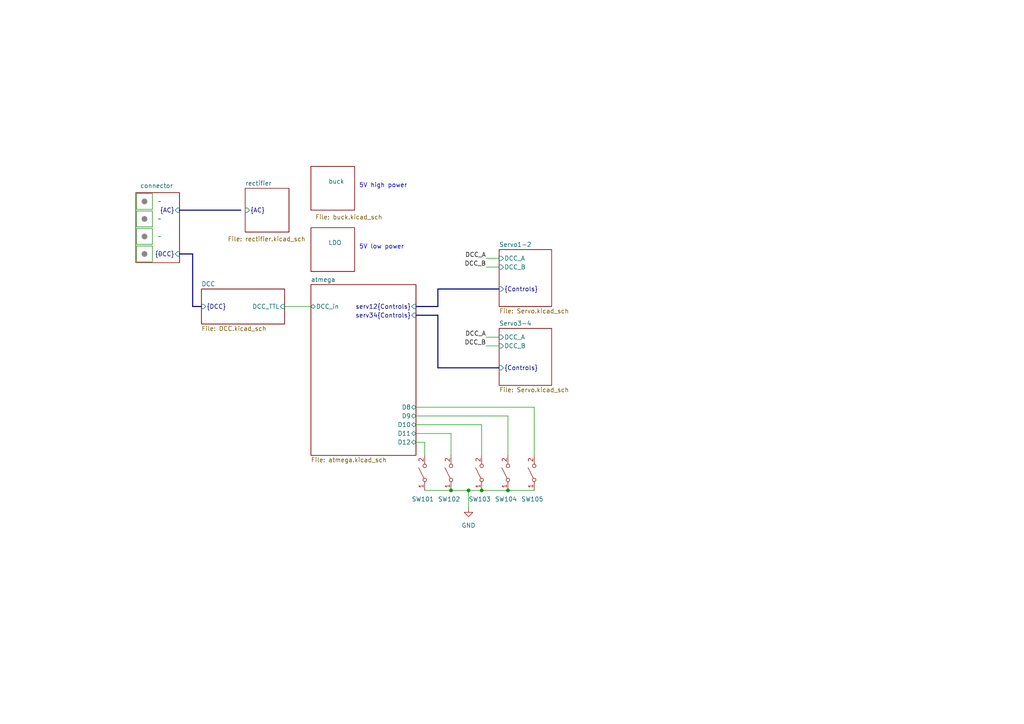
<source format=kicad_sch>
(kicad_sch (version 20231120) (generator "eeschema") (generator_version "8.0")
  (paper "A4")
  (title_block (title "OS-ServoDriver") (company "Train-Science"))
  (lib_symbols
    (symbol "custom_kicad_lib_sk:default_switch" (pin_names (offset 0) hide)
      (property "Reference" "SW" (at 0 3.175 0))
      (property "Value" "default_switch" (at 0 -2.54 0))
      (property "JLCPCB Part#" "C318884" (at 0 0 0))
      (symbol "default_switch_0_0"
        (circle (center -2.032 0) (radius 0.508))
        (polyline (pts (xy -1.524 0.254) (xy 1.524 1.778)))
        (circle (center 2.032 0) (radius 0.508))
      )
      (symbol "default_switch_1_1"
        (pin passive line (at -5.08 0 0) (length 2.54) (name "A") (number "1"))
        (pin passive line (at 5.08 0 180) (length 2.54) (name "B") (number "2"))
      )
    )
    (symbol "custom_kicad_lib_sk:screwterminal" (pin_numbers hide) (pin_names (offset 0) hide) (in_bom no) (on_board no)
      (symbol "screwterminal_1_1"
        (rectangle (start -2.3 2.3) (end 2.3 -2.3) (stroke (width 0) (color 0 132 0 1)))
        (circle (center 0 0) (radius 0.762) (stroke (width 0) (color 137 143 138 1)) (fill (type color) (color 132 132 132 1)))
      )
    )
    (symbol "power:GND" (power) (pin_names (offset 0))
      (property "Value" "GND" (at 0 -3.81 0))
      (symbol "GND_0_1"
        (polyline (pts (xy 0 0) (xy 0 -1.27) (xy 1.27 -1.27) (xy 0 -2.54) (xy -1.27 -1.27) (xy 0 -1.27)))
      )
      (symbol "GND_1_1"
        (pin power_in line (at 0 0 270) (length 0) hide (name "GND") (number "1"))
      )
    )
  )
  (bus_alias "Controls" (members "Servo1" "Servo2" "Relay1" "Relay2" "Relay3" "Relay4"))
  (junction (at 130.81 142.24))
  (junction (at 139.7 142.24))
  (junction (at 147.32 142.24))
  (junction (at 135.89 142.24))
  (wire (pts (xy 82.55 88.9) (xy 90.17 88.9)))
  (wire (pts (xy 139.7 123.19) (xy 139.7 132.08)))
  (bus (pts (xy 120.65 88.9) (xy 127 88.9)))
  (bus (pts (xy 120.65 91.44) (xy 127 91.44)))
  (wire (pts (xy 135.89 147.32) (xy 135.89 142.24)))
  (wire (pts (xy 120.65 123.19) (xy 139.7 123.19)))
  (wire (pts (xy 120.65 118.11) (xy 154.94 118.11)))
  (wire (pts (xy 135.89 142.24) (xy 139.7 142.24)))
  (bus (pts (xy 55.88 88.9) (xy 58.42 88.9)))
  (wire (pts (xy 123.19 128.27) (xy 120.65 128.27)))
  (wire (pts (xy 120.65 120.65) (xy 147.32 120.65)))
  (wire (pts (xy 140.97 74.93) (xy 144.78 74.93)))
  (bus (pts (xy 127 88.9) (xy 127 83.82)))
  (bus (pts (xy 52.07 60.96) (xy 69.85 60.96)))
  (bus (pts (xy 52.07 73.66) (xy 55.88 73.66)))
  (bus (pts (xy 127 91.44) (xy 127 106.68)))
  (wire (pts (xy 147.32 120.65) (xy 147.32 132.08)))
  (bus (pts (xy 127 83.82) (xy 144.78 83.82)))
  (wire (pts (xy 154.94 118.11) (xy 154.94 132.08)))
  (wire (pts (xy 147.32 142.24) (xy 154.94 142.24)))
  (wire (pts (xy 140.97 97.79) (xy 144.78 97.79)))
  (wire (pts (xy 130.81 125.73) (xy 120.65 125.73)))
  (wire (pts (xy 123.19 142.24) (xy 130.81 142.24)))
  (wire (pts (xy 130.81 142.24) (xy 135.89 142.24)))
  (wire (pts (xy 139.7 142.24) (xy 147.32 142.24)))
  (bus (pts (xy 127 106.68) (xy 144.78 106.68)))
  (wire (pts (xy 123.19 132.08) (xy 123.19 128.27)))
  (wire (pts (xy 140.97 100.33) (xy 144.78 100.33)))
  (bus (pts (xy 55.88 73.66) (xy 55.88 88.9)))
  (wire (pts (xy 130.81 132.08) (xy 130.81 125.73)))
  (wire (pts (xy 140.97 77.47) (xy 144.78 77.47)))
  (text "5V high power" (at 104.14 54.61 0) (effects (font (size 1.27 1.27)) (justify left bottom)))
  (text "5V low power" (at 104.14 72.39 0) (effects (font (size 1.27 1.27)) (justify left bottom)))
  (label "DCC_B" (at 140.97 77.47 180))
  (label "DCC_A" (at 140.97 97.79 180))
  (label "DCC_A" (at 140.97 74.93 180))
  (label "DCC_B" (at 140.97 100.33 180))
  (symbol (lib_id "custom_kicad_lib_sk:screwterminal") (at 41.91 63.5 0) (unit 1) (in_bom no) (on_board no)
    (property "Reference" "u?" (effects (hide yes)))
    (property "Value" "~" (at 45.72 63.5 0) (effects (justify left)))
  )
  (symbol (lib_id "custom_kicad_lib_sk:default_switch") (at 139.7 137.16 90) (unit 1)
    (property "Reference" "SW103" (at 135.89 144.78 90) (effects (justify right)))
    (property "Value" "default_switch" (effects (hide yes)))
    (property "Footprint" "custom_kicad_lib_sk:default_switch" (effects (hide yes)))
    (property "JLCPCB Part#" "C318884" (effects (hide yes)))
  )
  (symbol (lib_id "custom_kicad_lib_sk:default_switch") (at 147.32 137.16 90) (unit 1)
    (property "Reference" "SW104" (at 143.51 144.78 90) (effects (justify right)))
    (property "Value" "default_switch" (effects (hide yes)))
    (property "Footprint" "custom_kicad_lib_sk:default_switch" (effects (hide yes)))
    (property "JLCPCB Part#" "C318884" (effects (hide yes)))
  )
  (symbol (lib_id "custom_kicad_lib_sk:screwterminal") (at 41.91 58.42 0) (unit 1) (in_bom no) (on_board no)
    (property "Reference" "u?" (effects (hide yes)))
    (property "Value" "~" (at 45.72 58.42 0) (effects (justify left)))
  )
  (symbol (lib_id "custom_kicad_lib_sk:screwterminal") (at 41.91 73.66 0) (unit 1) (in_bom no) (on_board no)
    (property "Reference" "u?" (effects (hide yes)))
    (property "Value" "~" (at 45.72 73.66 0) (effects (justify left)))
  )
  (symbol (lib_id "custom_kicad_lib_sk:default_switch") (at 123.19 137.16 90) (unit 1)
    (property "Reference" "SW101" (at 119.38 144.78 90) (effects (justify right)))
    (property "Value" "default_switch" (effects (hide yes)))
    (property "Footprint" "custom_kicad_lib_sk:default_switch" (effects (hide yes)))
    (property "JLCPCB Part#" "C318884" (effects (hide yes)))
  )
  (symbol (lib_id "power:GND") (at 135.89 147.32 0) (unit 1)
    (property "Reference" "#PWR0713" (effects (hide yes)))
    (property "Value" "GND" (at 135.89 152.4 0))
  )
  (symbol (lib_id "custom_kicad_lib_sk:default_switch") (at 130.81 137.16 90) (unit 1)
    (property "Reference" "SW102" (at 127 144.78 90) (effects (justify right)))
    (property "Value" "default_switch" (effects (hide yes)))
    (property "Footprint" "custom_kicad_lib_sk:default_switch" (effects (hide yes)))
    (property "JLCPCB Part#" "C318884" (effects (hide yes)))
  )
  (symbol (lib_id "custom_kicad_lib_sk:default_switch") (at 154.94 137.16 90) (unit 1)
    (property "Reference" "SW105" (at 151.13 144.78 90) (effects (justify right)))
    (property "Value" "default_switch" (effects (hide yes)))
    (property "Footprint" "custom_kicad_lib_sk:default_switch" (effects (hide yes)))
    (property "JLCPCB Part#" "C318884" (effects (hide yes)))
  )
  (symbol (lib_id "custom_kicad_lib_sk:screwterminal") (at 41.91 68.58 0) (unit 1) (in_bom no) (on_board no)
    (property "Reference" "u?" (effects (hide yes)))
    (property "Value" "~" (at 45.72 68.58 0) (effects (justify left)))
  )
  (sheet (at 90.17 48.26) (size 12.7 12.7) (stroke (width 0.1524))
    (property "Sheetname" "buck" (at 95.25 53.34 0) (effects (justify left bottom)))
    (property "Sheetfile" "buck.kicad_sch" (at 91.44 62.23 0) (effects (justify left top)))
  )
  (sheet (at 90.17 66.04) (size 12.7 12.7) (stroke (width 0.1524))
    (property "Sheetname" "LDO" (at 95.25 71.12 0) (effects (justify left bottom)))
    (property "Sheetfile" "LDO.kicad_sch" (effects (hide yes)))
  )
  (sheet (at 144.78 95.25) (size 15.24 16.51) (stroke (width 0.1524))
    (property "Sheetname" "Servo3-4" (at 144.78 94.5384 0) (effects (justify left bottom)))
    (property "Sheetfile" "Servo.kicad_sch" (at 144.78 112.3446 0) (effects (justify left top)))
    (pin "DCC_A" input (at 144.78 97.79 180))
    (pin "DCC_B" input (at 144.78 100.33 180))
    (pin "{Controls}" input (at 144.78 106.68 180))
  )
  (sheet (at 90.17 82.55) (size 30.48 49.53) (stroke (width 0.1524))
    (property "Sheetname" "atmega" (at 90.17 81.8384 0) (effects (justify left bottom)))
    (property "Sheetfile" "atmega.kicad_sch" (at 90.17 132.6646 0) (effects (justify left top)))
    (pin "DCC_in" bidirectional (at 90.17 88.9 180))
    (pin "D9" bidirectional (at 120.65 120.65 0))
    (pin "D11" bidirectional (at 120.65 125.73 0))
    (pin "D8" bidirectional (at 120.65 118.11 0))
    (pin "D10" bidirectional (at 120.65 123.19 0))
    (pin "D12" bidirectional (at 120.65 128.27 0))
    (pin "serv12{Controls}" input (at 120.65 88.9 0))
    (pin "serv34{Controls}" input (at 120.65 91.44 0))
  )
  (sheet (at 39.37 55.88) (size 12.7 20.32) (stroke (width 0.1524))
    (property "Sheetname" "connector" (at 40.64 54.61 0) (effects (justify left bottom)))
    (property "Sheetfile" "connector.kicad_sch" (effects (hide yes)))
    (pin "{DCC}" input (at 52.07 73.66 0))
    (pin "{AC}" input (at 52.07 60.96 0))
  )
  (sheet (at 144.78 72.39) (size 15.24 16.51) (stroke (width 0.1524))
    (property "Sheetname" "Servo1-2" (at 144.78 71.6784 0) (effects (justify left bottom)))
    (property "Sheetfile" "Servo.kicad_sch" (at 144.78 89.4846 0) (effects (justify left top)))
    (pin "DCC_A" input (at 144.78 74.93 180))
    (pin "DCC_B" input (at 144.78 77.47 180))
    (pin "{Controls}" input (at 144.78 83.82 180))
  )
  (sheet (at 71.12 54.61) (size 12.7 12.7) (stroke (width 0.1524))
    (property "Sheetname" "rectifier" (at 71.12 53.8984 0) (effects (justify left bottom)))
    (property "Sheetfile" "rectifier.kicad_sch" (at 66.04 68.58 0) (effects (justify left top)))
    (pin "{AC}" input (at 71.12 60.96 180))
  )
  (sheet (at 58.42 83.82) (size 24.13 10.16) (stroke (width 0.1524))
    (property "Sheetname" "DCC" (at 58.42 83.1084 0) (effects (justify left bottom)))
    (property "Sheetfile" "DCC.kicad_sch" (at 58.42 94.5646 0) (effects (justify left top)))
    (pin "DCC_TTL" input (at 82.55 88.9 0))
    (pin "{DCC}" input (at 58.42 88.9 180))
  )
)
</source>
